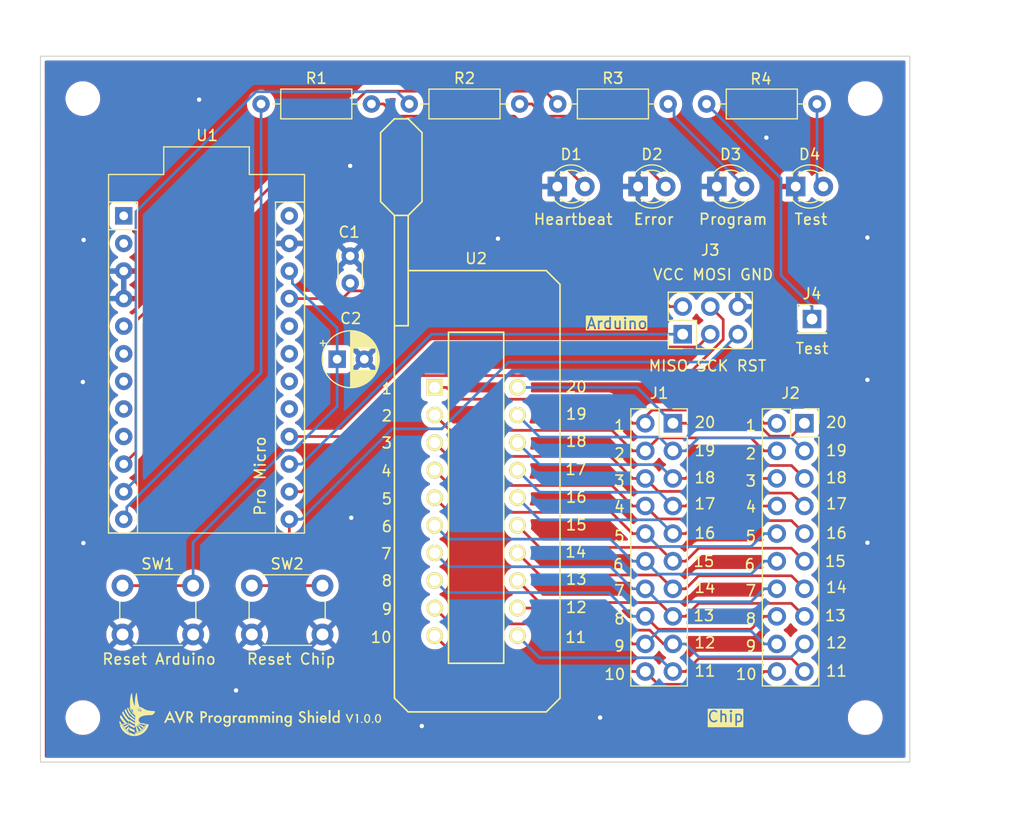
<source format=kicad_pcb>
(kicad_pcb (version 20221018) (generator pcbnew)
  (title_block (title "AVR Programming Shield V1.0.0") (date "2023-03-26"))
  (layers (0 "F.Cu" signal) (31 "B.Cu" signal) (34 "B.Paste" user) (35 "F.Paste" user) (36 "B.SilkS" user "B.Silkscreen") (37 "F.SilkS" user "F.Silkscreen") (38 "B.Mask" user) (39 "F.Mask" user) (44 "Edge.Cuts" user))
  (net 0 "")
  (net 1 "+5V")
  (net 2 "GND")
  (net 3 "/Reset")
  (net 4 "Net-(D1-A)")
  (net 5 "Net-(D2-A)")
  (net 6 "Net-(D3-A)")
  (net 7 "Net-(D4-A)")
  (net 8 "/C1")
  (net 9 "/C2")
  (net 10 "/C3")
  (net 11 "/C4")
  (net 12 "/C5")
  (net 13 "/C6")
  (net 14 "/C7")
  (net 15 "/C8")
  (net 16 "/C9")
  (net 17 "/C10")
  (net 18 "/C20")
  (net 19 "/C19")
  (net 20 "/C18")
  (net 21 "/C17")
  (net 22 "/C16")
  (net 23 "/C15")
  (net 24 "/C14")
  (net 25 "/C13")
  (net 26 "/C12")
  (net 27 "/C11")
  (net 28 "/MISO")
  (net 29 "/SCK")
  (net 30 "/MOSI")
  (net 31 "/RST")
  (net 32 "/9")
  (net 33 "/8")
  (net 34 "/7")
  (net 35 "/Test")
  (footprint "Connector_PinSocket_2.54mm:PinSocket_2x10_P2.54mm_Vertical" (layer "F.Cu") (at 168.3 98.9)
    (fp_text reference "J1" (at -1.27 -2.77) (layer "F.SilkS"))
    (fp_text value "1-10" hide)
    (pad "1" thru_hole rect (at 0 0) (size 1.7 1.7) (drill 1) (layers "*.Cu" "*.Mask") (net 18 "/C20"))
    (pad "2" thru_hole oval (at -2.54 0) (size 1.7 1.7) (drill 1) (layers "*.Cu" "*.Mask") (net 8 "/C1"))
    (pad "3" thru_hole oval (at 0 2.54) (size 1.7 1.7) (drill 1) (layers "*.Cu" "*.Mask") (net 19 "/C19"))
    (pad "4" thru_hole oval (at -2.54 2.54) (size 1.7 1.7) (drill 1) (layers "*.Cu" "*.Mask") (net 9 "/C2"))
    (pad "5" thru_hole oval (at 0 5.08) (size 1.7 1.7) (drill 1) (layers "*.Cu" "*.Mask") (net 20 "/C18"))
    (pad "6" thru_hole oval (at -2.54 5.08) (size 1.7 1.7) (drill 1) (layers "*.Cu" "*.Mask") (net 10 "/C3"))
    (pad "7" thru_hole oval (at 0 7.62) (size 1.7 1.7) (drill 1) (layers "*.Cu" "*.Mask") (net 21 "/C17"))
    (pad "8" thru_hole oval (at -2.54 7.62) (size 1.7 1.7) (drill 1) (layers "*.Cu" "*.Mask") (net 11 "/C4"))
    (pad "9" thru_hole oval (at 0 10.16) (size 1.7 1.7) (drill 1) (layers "*.Cu" "*.Mask") (net 22 "/C16"))
    (pad "10" thru_hole oval (at -2.54 10.16) (size 1.7 1.7) (drill 1) (layers "*.Cu" "*.Mask") (net 12 "/C5"))
    (pad "11" thru_hole oval (at 0 12.7) (size 1.7 1.7) (drill 1) (layers "*.Cu" "*.Mask") (net 23 "/C15"))
    (pad "12" thru_hole oval (at -2.54 12.7) (size 1.7 1.7) (drill 1) (layers "*.Cu" "*.Mask") (net 13 "/C6"))
    (pad "13" thru_hole oval (at 0 15.24) (size 1.7 1.7) (drill 1) (layers "*.Cu" "*.Mask") (net 24 "/C14"))
    (pad "14" thru_hole oval (at -2.54 15.24) (size 1.7 1.7) (drill 1) (layers "*.Cu" "*.Mask") (net 14 "/C7"))
    (pad "15" thru_hole oval (at 0 17.78) (size 1.7 1.7) (drill 1) (layers "*.Cu" "*.Mask") (net 25 "/C13"))
    (pad "16" thru_hole oval (at -2.54 17.78) (size 1.7 1.7) (drill 1) (layers "*.Cu" "*.Mask") (net 15 "/C8"))
    (pad "17" thru_hole oval (at 0 20.32) (size 1.7 1.7) (drill 1) (layers "*.Cu" "*.Mask") (net 26 "/C12"))
    (pad "18" thru_hole oval (at -2.54 20.32) (size 1.7 1.7) (drill 1) (layers "*.Cu" "*.Mask") (net 16 "/C9"))
    (pad "19" thru_hole oval (at 0 22.86) (size 1.7 1.7) (drill 1) (layers "*.Cu" "*.Mask") (net 27 "/C11"))
    (pad "20" thru_hole oval (at -2.54 22.86) (size 1.7 1.7) (drill 1) (layers "*.Cu" "*.Mask") (net 17 "/C10"))
  )
  (footprint "Capacitor_THT:C_Disc_D3.0mm_W2.0mm_P2.50mm" (layer "F.Cu") (at 138.6 86 90)
    (fp_text reference "C1" (at 4.7 -0.1 180) (layer "F.SilkS"))
    (fp_text value "0.1uF" hide)
    (pad "1" thru_hole circle (at 0 0 90) (size 1.6 1.6) (drill 0.8) (layers "*.Cu" "*.Mask") (net 1 "+5V"))
    (pad "2" thru_hole circle (at 2.5 0 90) (size 1.6 1.6) (drill 0.8) (layers "*.Cu" "*.Mask") (net 2 "GND"))
  )
  (footprint "LED_THT:LED_D3.0mm" (layer "F.Cu") (at 157.66 77.1)
    (fp_text reference "D1" (at 1.27 -2.96) (layer "F.SilkS"))
    (fp_text value "Heartbeat" hide)
    (pad "1" thru_hole rect (at 0 0) (size 1.8 1.8) (drill 0.9) (layers "*.Cu" "*.Mask") (net 2 "GND"))
    (pad "2" thru_hole circle (at 2.54 0) (size 1.8 1.8) (drill 0.9) (layers "*.Cu" "*.Mask") (net 4 "Net-(D1-A)"))
  )
  (footprint "Resistor_THT:R_Axial_DIN0207_L6.3mm_D2.5mm_P10.16mm_Horizontal" (layer "F.Cu") (at 157.7 69.5)
    (fp_text reference "R3" (at 5.08 -2.37) (layer "F.SilkS"))
    (fp_text value "300" hide)
    (pad "1" thru_hole circle (at 0 0) (size 1.6 1.6) (drill 0.8) (layers "*.Cu" "*.Mask") (net 34 "/7"))
    (pad "2" thru_hole oval (at 10.16 0) (size 1.6 1.6) (drill 0.8) (layers "*.Cu" "*.Mask") (net 6 "Net-(D3-A)"))
  )
  (footprint "Capacitor_THT:CP_Radial_D5.0mm_P2.50mm" (layer "F.Cu") (at 137.4 93)
    (fp_text reference "C2" (at 1.25 -3.75) (layer "F.SilkS"))
    (fp_text value "10uF" hide)
    (pad "1" thru_hole rect (at 0 0) (size 1.6 1.6) (drill 0.8) (layers "*.Cu" "*.Mask") (net 3 "/Reset"))
    (pad "2" thru_hole circle (at 2.5 0) (size 1.6 1.6) (drill 0.8) (layers "*.Cu" "*.Mask") (net 2 "GND"))
  )
  (footprint "Button_Switch_THT:SW_PUSH_6mm" (layer "F.Cu") (at 117.65 113.85)
    (fp_text reference "SW1" (at 3.25 -2) (layer "F.SilkS"))
    (fp_text value "Reset Arduino" hide)
    (pad "1" thru_hole circle (at 0 0 90) (size 2 2) (drill 1.1) (layers "*.Cu" "*.Mask") (net 3 "/Reset"))
    (pad "1" thru_hole circle (at 6.5 0 90) (size 2 2) (drill 1.1) (layers "*.Cu" "*.Mask") (net 3 "/Reset"))
    (pad "2" thru_hole circle (at 0 4.5 90) (size 2 2) (drill 1.1) (layers "*.Cu" "*.Mask") (net 2 "GND"))
    (pad "2" thru_hole circle (at 6.5 4.5 90) (size 2 2) (drill 1.1) (layers "*.Cu" "*.Mask") (net 2 "GND"))
  )
  (footprint "MountingHole:MountingHole_2.7mm_M2.5" (layer "F.Cu") (at 186 126)
    (fp_text reference "H3" hide)
    (fp_text value "MountingHole" hide)
    (pad "" np_thru_hole circle (at 0 0) (size 2.7 2.7) (drill 2.7) (layers "*.Cu" "*.Mask"))
  )
  (footprint "LED_THT:LED_D3.0mm" (layer "F.Cu") (at 165.1 77.1)
    (fp_text reference "D2" (at 1.27 -2.96) (layer "F.SilkS"))
    (fp_text value "Error" hide)
    (pad "1" thru_hole rect (at 0 0) (size 1.8 1.8) (drill 0.9) (layers "*.Cu" "*.Mask") (net 2 "GND"))
    (pad "2" thru_hole circle (at 2.54 0) (size 1.8 1.8) (drill 0.9) (layers "*.Cu" "*.Mask") (net 5 "Net-(D2-A)"))
  )
  (footprint "Resistor_THT:R_Axial_DIN0207_L6.3mm_D2.5mm_P10.16mm_Horizontal" (layer "F.Cu") (at 130.4 69.5)
    (fp_text reference "R1" (at 5.08 -2.37) (layer "F.SilkS"))
    (fp_text value "300" hide)
    (pad "1" thru_hole circle (at 0 0) (size 1.6 1.6) (drill 0.8) (layers "*.Cu" "*.Mask") (net 32 "/9"))
    (pad "2" thru_hole oval (at 10.16 0) (size 1.6 1.6) (drill 0.8) (layers "*.Cu" "*.Mask") (net 4 "Net-(D1-A)"))
  )
  (footprint "MountingHole:MountingHole_2.7mm_M2.5" (layer "F.Cu") (at 114 126)
    (fp_text reference "H2" hide)
    (fp_text value "MountingHole" hide)
    (pad "" np_thru_hole circle (at 0 0) (size 2.7 2.7) (drill 2.7) (layers "*.Cu" "*.Mask"))
  )
  (footprint "LED_THT:LED_D3.0mm" (layer "F.Cu") (at 172.34 77.1)
    (fp_text reference "D3" (at 1.27 -2.96) (layer "F.SilkS"))
    (fp_text value "Program" hide)
    (pad "1" thru_hole rect (at 0 0) (size 1.8 1.8) (drill 0.9) (layers "*.Cu" "*.Mask") (net 2 "GND"))
    (pad "2" thru_hole circle (at 2.54 0) (size 1.8 1.8) (drill 0.9) (layers "*.Cu" "*.Mask") (net 6 "Net-(D3-A)"))
  )
  (footprint "Connector_PinSocket_2.54mm:PinSocket_2x10_P2.54mm_Vertical" (layer "F.Cu") (at 180.4 98.9)
    (fp_text reference "J2" (at -1.27 -2.77) (layer "F.SilkS"))
    (fp_text value "11-20" hide)
    (pad "1" thru_hole rect (at 0 0) (size 1.7 1.7) (drill 1) (layers "*.Cu" "*.Mask") (net 18 "/C20"))
    (pad "2" thru_hole oval (at -2.54 0) (size 1.7 1.7) (drill 1) (layers "*.Cu" "*.Mask") (net 8 "/C1"))
    (pad "3" thru_hole oval (at 0 2.54) (size 1.7 1.7) (drill 1) (layers "*.Cu" "*.Mask") (net 19 "/C19"))
    (pad "4" thru_hole oval (at -2.54 2.54) (size 1.7 1.7) (drill 1) (layers "*.Cu" "*.Mask") (net 9 "/C2"))
    (pad "5" thru_hole oval (at 0 5.08) (size 1.7 1.7) (drill 1) (layers "*.Cu" "*.Mask") (net 20 "/C18"))
    (pad "6" thru_hole oval (at -2.54 5.08) (size 1.7 1.7) (drill 1) (layers "*.Cu" "*.Mask") (net 10 "/C3"))
    (pad "7" thru_hole oval (at 0 7.62) (size 1.7 1.7) (drill 1) (layers "*.Cu" "*.Mask") (net 21 "/C17"))
    (pad "8" thru_hole oval (at -2.54 7.62) (size 1.7 1.7) (drill 1) (layers "*.Cu" "*.Mask") (net 11 "/C4"))
    (pad "9" thru_hole oval (at 0 10.16) (size 1.7 1.7) (drill 1) (layers "*.Cu" "*.Mask") (net 22 "/C16"))
    (pad "10" thru_hole oval (at -2.54 10.16) (size 1.7 1.7) (drill 1) (layers "*.Cu" "*.Mask") (net 12 "/C5"))
    (pad "11" thru_hole oval (at 0 12.7) (size 1.7 1.7) (drill 1) (layers "*.Cu" "*.Mask") (net 23 "/C15"))
    (pad "12" thru_hole oval (at -2.54 12.7) (size 1.7 1.7) (drill 1) (layers "*.Cu" "*.Mask") (net 13 "/C6"))
    (pad "13" thru_hole oval (at 0 15.24) (size 1.7 1.7) (drill 1) (layers "*.Cu" "*.Mask") (net 24 "/C14"))
    (pad "14" thru_hole oval (at -2.54 15.24) (size 1.7 1.7) (drill 1) (layers "*.Cu" "*.Mask") (net 14 "/C7"))
    (pad "15" thru_hole oval (at 0 17.78) (size 1.7 1.7) (drill 1) (layers "*.Cu" "*.Mask") (net 25 "/C13"))
    (pad "16" thru_hole oval (at -2.54 17.78) (size 1.7 1.7) (drill 1) (layers "*.Cu" "*.Mask") (net 15 "/C8"))
    (pad "17" thru_hole oval (at 0 20.32) (size 1.7 1.7) (drill 1) (layers "*.Cu" "*.Mask") (net 26 "/C12"))
    (pad "18" thru_hole oval (at -2.54 20.32) (size 1.7 1.7) (drill 1) (layers "*.Cu" "*.Mask") (net 16 "/C9"))
    (pad "19" thru_hole oval (at 0 22.86) (size 1.7 1.7) (drill 1) (layers "*.Cu" "*.Mask") (net 27 "/C11"))
    (pad "20" thru_hole oval (at -2.54 22.86) (size 1.7 1.7) (drill 1) (layers "*.Cu" "*.Mask") (net 17 "/C10"))
  )
  (footprint "Button_Switch_THT:SW_PUSH_6mm" (layer "F.Cu") (at 129.55 113.85)
    (fp_text reference "SW2" (at 3.25 -2) (layer "F.SilkS"))
    (fp_text value "Reset Chip" hide)
    (pad "1" thru_hole circle (at 0 0 90) (size 2 2) (drill 1.1) (layers "*.Cu" "*.Mask") (net 31 "/RST"))
    (pad "1" thru_hole circle (at 6.5 0 90) (size 2 2) (drill 1.1) (layers "*.Cu" "*.Mask") (net 31 "/RST"))
    (pad "2" thru_hole circle (at 0 4.5 90) (size 2 2) (drill 1.1) (layers "*.Cu" "*.Mask") (net 2 "GND"))
    (pad "2" thru_hole circle (at 6.5 4.5 90) (size 2 2) (drill 1.1) (layers "*.Cu" "*.Mask") (net 2 "GND"))
  )
  (footprint "logos:logo" (layer "F.Cu") (at 129.2 125.7)
    (fp_text reference "G***" hide)
    (fp_text value "LOGO" hide)
  )
  (footprint "Resistor_THT:R_Axial_DIN0207_L6.3mm_D2.5mm_P10.16mm_Horizontal" (layer "F.Cu") (at 144.04 69.5)
    (fp_text reference "R2" (at 5.08 -2.37) (layer "F.SilkS"))
    (fp_text value "300" hide)
    (pad "1" thru_hole circle (at 0 0) (size 1.6 1.6) (drill 0.8) (layers "*.Cu" "*.Mask") (net 33 "/8"))
    (pad "2" thru_hole oval (at 10.16 0) (size 1.6 1.6) (drill 0.8) (layers "*.Cu" "*.Mask") (net 5 "Net-(D2-A)"))
  )
  (footprint "kicad_zif socket:220-3342" (layer "F.Cu") (at 150.19 107.03 -90)
    (fp_text reference "U2" (at -23.3 0) (layer "F.SilkS"))
    (fp_text value "220-3345" hide)
    (pad "1" thru_hole rect (at -11.43 3.81 270) (size 1.524 1.524) (drill 1.016) (layers "*.Cu" "*.Mask" "F.SilkS") (net 8 "/C1"))
    (pad "2" thru_hole circle (at -8.89 3.81 270) (size 1.524 1.524) (drill 1.016) (layers "*.Cu" "*.Mask" "F.SilkS") (net 9 "/C2"))
    (pad "3" thru_hole circle (at -6.35 3.81 270) (size 1.524 1.524) (drill 1.016) (layers "*.Cu" "*.Mask" "F.SilkS") (net 10 "/C3"))
    (pad "4" thru_hole circle (at -3.81 3.81 270) (size 1.524 1.524) (drill 1.016) (layers "*.Cu" "*.Mask" "F.SilkS") (net 11 "/C4"))
    (pad "5" thru_hole circle (at -1.27 3.81 270) (size 1.524 1.524) (drill 1.016) (layers "*.Cu" "*.Mask" "F.SilkS") (net 12 "/C5"))
    (pad "6" thru_hole circle (at 1.27 3.81 270) (size 1.524 1.524) (drill 1.016) (layers "*.Cu" "*.Mask" "F.SilkS") (net 13 "/C6"))
    (pad "7" thru_hole circle (at 3.81 3.81 270) (size 1.524 1.524) (drill 1.016) (layers "*.Cu" "*.Mask" "F.SilkS") (net 14 "/C7"))
    (pad "8" thru_hole circle (at 6.35 3.81 270) (size 1.524 1.524) (drill 1.016) (layers "*.Cu" "*.Mask" "F.SilkS") (net 15 "/C8"))
    (pad "9" thru_hole circle (at 8.89 3.81 270) (size 1.524 1.524) (drill 1.016) (layers "*.Cu" "*.Mask" "F.SilkS") (net 16 "/C9"))
    (pad "10" thru_hole circle (at 11.43 3.81 270) (size 1.524 1.524) (drill 1.016) (layers "*.Cu" "*.Mask" "F.SilkS") (net 17 "/C10"))
    (pad "11" thru_hole circle (at 11.43 -3.81 270) (size 1.524 1.524) (drill 1.016) (layers "*.Cu" "*.Mask" "F.SilkS") (net 27 "/C11"))
    (pad "12" thru_hole circle (at 8.89 -3.81 270) (size 1.524 1.524) (drill 1.016) (layers "*.Cu" "*.Mask" "F.SilkS") (net 26 "/C12"))
    (pad "13" thru_hole circle (at 6.35 -3.81 270) (size 1.524 1.524) (drill 1.016) (layers "*.Cu" "*.Mask" "F.SilkS") (net 25 "/C13"))
    (pad "14" thru_hole circle (at 3.81 -3.81 270) (size 1.524 1.524) (drill 1.016) (layers "*.Cu" "*.Mask" "F.SilkS") (net 24 "/C14"))
    (pad "15" thru_hole circle (at 1.27 -3.81 270) (size 1.524 1.524) (drill 1.016) (layers "*.Cu" "*.Mask" "F.SilkS") (net 23 "/C15"))
    (pad "16" thru_hole circle (at -1.27 -3.81 270) (size 1.524 1.524) (drill 1.016) (layers "*.Cu" "*.Mask" "F.SilkS") (net 22 "/C16"))
    (pad "17" thru_hole circle (at -3.81 -3.81 270) (size 1.524 1.524) (drill 1.016) (layers "*.Cu" "*.Mask" "F.SilkS") (net 21 "/C17"))
    (pad "18" thru_hole circle (at -6.35 -3.81 270) (size 1.524 1.524) (drill 1.016) (layers "*.Cu" "*.Mask" "F.SilkS") (net 20 "/C18"))
    (pad "19" thru_hole circle (at -8.89 -3.81 270) (size 1.524 1.524) (drill 1.016) (layers "*.Cu" "*.Mask" "F.SilkS") (net 19 "/C19"))
    (pad "20" thru_hole circle (at -11.43 -3.81 270) (size 1.524 1.524) (drill 1.016) (layers "*.Cu" "*.Mask" "F.SilkS") (net 18 "/C20"))
  )
  (footprint "MountingHole:MountingHole_2.7mm_M2.5" (layer "F.Cu") (at 186 69)
    (fp_text reference "H4" hide)
    (fp_text value "MountingHole" hide)
    (pad "" np_thru_hole circle (at 0 0) (size 2.7 2.7) (drill 2.7) (layers "*.Cu" "*.Mask"))
  )
  (footprint "Connector_PinHeader_2.54mm:PinHeader_2x03_P2.54mm_Vertical" (layer "F.Cu") (at 169.2 90.7 90)
    (fp_text reference "J3" (at 7.74 2.54) (layer "F.SilkS"))
    (fp_text value "ICSP Out" hide)
    (pad "1" thru_hole rect (at 0 0 90) (size 1.7 1.7) (drill 1) (layers "*.Cu" "*.Mask") (net 28 "/MISO"))
    (pad "2" thru_hole oval (at 2.54 0 90) (size 1.7 1.7) (drill 1) (layers "*.Cu" "*.Mask") (net 1 "+5V"))
    (pad "3" thru_hole oval (at 0 2.54 90) (size 1.7 1.7) (drill 1) (layers "*.Cu" "*.Mask") (net 29 "/SCK"))
    (pad "4" thru_hole oval (at 2.54 2.54 90) (size 1.7 1.7) (drill 1) (layers "*.Cu" "*.Mask") (net 30 "/MOSI"))
    (pad "5" thru_hole oval (at 0 5.08 90) (size 1.7 1.7) (drill 1) (layers "*.Cu" "*.Mask") (net 31 "/RST"))
    (pad "6" thru_hole oval (at 2.54 5.08 90) (size 1.7 1.7) (drill 1) (layers "*.Cu" "*.Mask") (net 2 "GND"))
  )
  (footprint "Connector_PinHeader_2.54mm:PinHeader_1x01_P2.54mm_Vertical" (layer "F.Cu") (at 181.1 89.3)
    (fp_text reference "J4" (at 0 -2.33) (layer "F.SilkS"))
    (fp_text value "Test" hide)
    (pad "1" thru_hole rect (at 0 0) (size 1.7 1.7) (drill 1) (layers "*.Cu" "*.Mask") (net 35 "/Test"))
  )
  (footprint "LED_THT:LED_D3.0mm" (layer "F.Cu") (at 179.6 77.1)
    (fp_text reference "D4" (at 1.27 -2.96) (layer "F.SilkS"))
    (fp_text value "Test" hide)
    (pad "1" thru_hole rect (at 0 0) (size 1.8 1.8) (drill 0.9) (layers "*.Cu" "*.Mask") (net 2 "GND"))
    (pad "2" thru_hole circle (at 2.54 0) (size 1.8 1.8) (drill 0.9) (layers "*.Cu" "*.Mask") (net 7 "Net-(D4-A)"))
  )
  (footprint "Resistor_THT:R_Axial_DIN0207_L6.3mm_D2.5mm_P10.16mm_Horizontal" (layer "F.Cu") (at 171.4 69.5)
    (fp_text reference "R4" (at 5 -2.3) (layer "F.SilkS"))
    (fp_text value "300" hide)
    (pad "1" thru_hole circle (at 0 0) (size 1.6 1.6) (drill 0.8) (layers "*.Cu" "*.Mask") (net 35 "/Test"))
    (pad "2" thru_hole oval (at 10.16 0) (size 1.6 1.6) (drill 0.8) (layers "*.Cu" "*.Mask") (net 7 "Net-(D4-A)"))
  )
  (footprint "Arduino:Sparkfun_Pro_Micro" (layer "F.Cu") (at 133 107.74 180)
    (fp_text reference "U1" (at 7.57 35.34) (layer "F.SilkS"))
    (fp_text value "Pro Micro" hide)
    (pad "1" thru_hole rect (at 15.24 27.94 180) (size 1.6 1.6) (drill 0.8) (layers "*.Cu" "*.Mask"))
    (pad "2" thru_hole oval (at 15.24 25.4 180) (size 1.6 1.6) (drill 0.8) (layers "*.Cu" "*.Mask"))
    (pad "3" thru_hole oval (at 15.24 22.86 180) (size 1.6 1.6) (drill 0.8) (layers "*.Cu" "*.Mask") (net 2 "GND"))
    (pad "4" thru_hole oval (at 15.24 20.32 180) (size 1.6 1.6) (drill 0.8) (layers "*.Cu" "*.Mask") (net 2 "GND"))
    (pad "5" thru_hole oval (at 15.24 17.78 180) (size 1.6 1.6) (drill 0.8) (layers "*.Cu" "*.Mask"))
    (pad "6" thru_hole oval (at 15.24 15.24 180) (size 1.6 1.6) (drill 0.8) (layers "*.Cu" "*.Mask"))
    (pad "7" thru_hole oval (at 15.24 12.7 180) (size 1.6 1.6) (drill 0.8) (layers "*.Cu" "*.Mask"))
    (pad "8" thru_hole oval (at 15.24 10.16 180) (size 1.6 1.6) (drill 0.8) (layers "*.Cu" "*.Mask"))
    (pad "9" thru_hole oval (at 15.24 7.62 180) (size 1.6 1.6) (drill 0.8) (layers "*.Cu" "*.Mask"))
    (pad "10" thru_hole oval (at 15.24 5.08 180) (size 1.6 1.6) (drill 0.8) (layers "*.Cu" "*.Mask") (net 34 "/7"))
    (pad "11" thru_hole oval (at 15.24 2.54 180) (size 1.6 1.6) (drill 0.8) (layers "*.Cu" "*.Mask") (net 33 "/8"))
    (pad "12" thru_hole oval (at 15.24 0 180) (size 1.6 1.6) (drill 0.8) (layers "*.Cu" "*.Mask") (net 32 "/9"))
    (pad "13" thru_hole oval (at 0 0 180) (size 1.6 1.6) (drill 0.8) (layers "*.Cu" "*.Mask") (net 31 "/RST"))
    (pad "14" thru_hole oval (at 0 2.54 180) (size 1.6 1.6) (drill 0.8) (layers "*.Cu" "*.Mask") (net 30 "/MOSI"))
    (pad "15" thru_hole oval (at 0 5.08 180) (size 1.6 1.6) (drill 0.8) (layers "*.Cu" "*.Mask") (net 28 "/MISO"))
    (pad "16" thru_hole oval (at 0 7.62 180) (size 1.6 1.6) (drill 0.8) (layers "*.Cu" "*.Mask") (net 29 "/SCK"))
    (pad "17" thru_hole oval (at 0 10.16 180) (size 1.6 1.6) (drill 0.8) (layers "*.Cu" "*.Mask"))
    (pad "18" thru_hole oval (at 0 12.7 180) (size 1.6 1.6) (drill 0.8) (layers "*.Cu" "*.Mask"))
    (pad "19" thru_hole oval (at 0 15.24 180) (size 1.6 1.6) (drill 0.8) (layers "*.Cu" "*.Mask"))
    (pad "20" thru_hole oval (at 0 17.78 180) (size 1.6 1.6) (drill 0.8) (layers "*.Cu" "*.Mask"))
    (pad "21" thru_hole oval (at 0 20.32 180) (size 1.6 1.6) (drill 0.8) (layers "*.Cu" "*.Mask") (net 1 "+5V"))
    (pad "22" thru_hole oval (at 0 22.86 180) (size 1.6 1.6) (drill 0.8) (layers "*.Cu" "*.Mask") (net 3 "/Reset"))
    (pad "23" thru_hole oval (at 0 25.4 180) (size 1.6 1.6) (drill 0.8) (layers "*.Cu" "*.Mask") (net 2 "GND"))
    (pad "24" thru_hole oval (at 0 27.94 180) (size 1.6 1.6) (drill 0.8) (layers "*.Cu" "*.Mask"))
  )
  (footprint "MountingHole:MountingHole_2.7mm_M2.5" (layer "F.Cu") (at 114 69)
    (fp_text reference "H1" hide)
    (fp_text value "MountingHole" hide)
    (pad "" np_thru_hole circle (at 0 0) (size 2.7 2.7) (drill 2.7) (layers "*.Cu" "*.Mask"))
  )
  (gr_rect (start 110.1 65.1) (end 190.1 130.1) (stroke (width 0.1)) (fill none) (layer "Edge.Cuts"))
  (gr_text "1" (at 141.4 96.3) (layer "F.SilkS") (effects (font (size 1 1)) (justify left bottom)))
  (gr_text "Reset Arduino" (at 115.7 121.2) (layer "F.SilkS") (effects (font (size 1 1)) (justify left bottom)))
  (gr_text "10" (at 161.9 122.6) (layer "F.SilkS") (effects (font (size 1 1)) (justify left bottom)))
  (gr_text "20" (at 182.3 99.4) (layer "F.SilkS") (effects (font (size 1 1)) (justify left bottom)))
  (gr_text "12" (at 158.36 116.44) (layer "F.SilkS") (effects (font (size 1 1)) (justify left bottom)))
  (gr_text "10" (at 140.4 119.2) (layer "F.SilkS") (effects (font (size 1 1)) (justify left bottom)))
  (gr_text "15" (at 158.36 108.84) (layer "F.SilkS") (effects (font (size 1 1)) (justify left bottom)))
  (gr_text "9" (at 162.8 120) (layer "F.SilkS") (effects (font (size 1 1)) (justify left bottom)))
  (gr_text "7" (at 141.35 111.5) (layer "F.SilkS") (effects (font (size 1 1)) (justify left bottom)))
  (gr_text "3" (at 162.8 104.8) (layer "F.SilkS") (effects (font (size 1 1)) (justify left bottom)))
  (gr_text "Chip" (at 171.4 126.5) (layer "F.SilkS" knockout) (effects (font (size 1 1)) (justify left bottom)))
  (gr_text "2" (at 162.8 102.3) (layer "F.SilkS") (effects (font (size 1 1)) (justify left bottom)))
  (gr_text "5" (at 174.9 109.9) (layer "F.SilkS") (effects (font (size 1 1)) (justify left bottom)))
  (gr_text "19" (at 182.3 102) (layer "F.SilkS") (effects (font (size 1 1)) (justify left bottom)))
  (gr_text "15" (at 182.2 112.2) (layer "F.SilkS") (effects (font (size 1 1)) (justify left bottom)))
  (gr_text "12" (at 182.3 119.7) (layer "F.SilkS") (effects (font (size 1 1)) (justify left bottom)))
  (gr_text "8" (at 174.9 117.5) (layer "F.SilkS") (effects (font (size 1 1)) (justify left bottom)))
  (gr_text "13" (at 182.2 117.2) (layer "F.SilkS") (effects (font (size 1 1)) (justify left bottom)))
  (gr_text "12" (at 170.2 119.7) (layer "F.SilkS") (effects (font (size 1 1)) (justify left bottom)))
  (gr_text "3" (at 174.9 104.8) (layer "F.SilkS") (effects (font (size 1 1)) (justify left bottom)))
  (gr_text "1" (at 174.9 99.7) (layer "F.SilkS") (effects (font (size 1 1)) (justify left bottom)))
  (gr_text "18" (at 182.3 104.5) (layer "F.SilkS") (effects (font (size 1 1)) (justify left bottom)))
  (gr_text "7" (at 174.9 114.9) (layer "F.SilkS") (effects (font (size 1 1)) (justify left bottom)))
  (gr_text "11" (at 182.3 122.3) (layer "F.SilkS") (effects (font (size 1 1)) (justify left bottom)))
  (gr_text "Heartbeat" (at 155.4 80.7) (layer "F.SilkS") (effects (font (size 1 1)) (justify left bottom)))
  (gr_text "6" (at 174.8 112.5) (layer "F.SilkS") (effects (font (size 1 1)) (justify left bottom)))
  (gr_text "4" (at 141.35 103.9) (layer "F.SilkS") (effects (font (size 1 1)) (justify left bottom)))
  (gr_text "Pro Micro" (at 130.9 107.5 90) (layer "F.SilkS") (effects (font (size 1 1)) (justify left bottom)))
  (gr_text "13" (at 158.36 113.84) (layer "F.SilkS") (effects (font (size 1 1)) (justify left bottom)))
  (gr_text "2" (at 174.9 102.3) (layer "F.SilkS") (effects (font (size 1 1)) (justify left bottom)))
  (gr_text "5" (at 141.4 106.45) (layer "F.SilkS") (effects (font (size 1 1)) (justify left bottom)))
  (gr_text "14" (at 170.2 114.6) (layer "F.SilkS") (effects (font (size 1 1)) (justify left bottom)))
  (gr_text "5" (at 162.8 109.9) (layer "F.SilkS") (effects (font (size 1 1)) (justify left bottom)))
  (gr_text "20" (at 158.36 96.14) (layer "F.SilkS") (effects (font (size 1 1)) (justify left bottom)))
  (gr_text "MISO SCK RST" (at 165.98 94.2) (layer "F.SilkS") (effects (font (size 1 1)) (justify left bottom)))
  (gr_text "Error" (at 164.6 80.7) (layer "F.SilkS") (effects (font (size 1 1)) (justify left bottom)))
  (gr_text "Reset Chip" (at 129 121.2) (layer "F.SilkS") (effects (font (size 1 1)) (justify left bottom)))
  (gr_text "3" (at 141.4 101.3) (layer "F.SilkS") (effects (font (size 1 1)) (justify left bottom)))
  (gr_text "14" (at 182.3 114.6) (layer "F.SilkS") (effects (font (size 1 1)) (justify left bottom)))
  (gr_text "18" (at 158.36 101.14) (layer "F.SilkS") (effects (font (size 1 1)) (justify left bottom)))
  (gr_text "11" (at 170.2 122.3) (layer "F.SilkS") (effects (font (size 1 1)) (justify left bottom)))
  (gr_text "19" (at 170.2 102) (layer "F.SilkS") (effects (font (size 1 1)) (justify left bottom)))
  (gr_text "Program" (at 170.6 80.7) (layer "F.SilkS") (effects (font (size 1 1)) (justify left bottom)))
  (gr_text "4" (at 162.8 107.2) (layer "F.SilkS") (effects (font (size 1 1)) (justify left bottom)))
  (gr_text "Test" (at 179.4 80.7) (layer "F.SilkS") (effects (font (size 1 1)) (justify left bottom)))
  (gr_text "11" (at 158.31 119.19) (layer "F.SilkS") (effects (font (size 1 1)) (justify left bottom)))
  (gr_text "2" (at 141.4 98.8) (layer "F.SilkS") (effects (font (size 1 1)) (justify left bottom)))
  (gr_text "15" (at 170.1 112.2) (layer "F.SilkS") (effects (font (size 1 1)) (justify left bottom)))
  (gr_text "13" (at 170.1 117.2) (layer "F.SilkS") (effects (font (size 1 1)) (justify left bottom)))
  (gr_text "16" (at 158.36 106.29) (layer "F.SilkS") (effects (font (size 1 1)) (justify left bottom)))
  (gr_text "16" (at 182.3 109.6) (layer "F.SilkS") (effects (font (size 1 1)) (justify left bottom)))
  (gr_text "8" (at 141.4 114) (layer "F.SilkS") (effects (font (size 1 1)) (justify left bottom)))
  (gr_text "17" (at 182.3 106.9) (layer "F.SilkS") (effects (font (size 1 1)) (justify left bottom)))
  (gr_text "7" (at 162.8 114.9) (layer "F.SilkS") (effects (font (size 1 1)) (justify left bottom)))
  (gr_text "17" (at 170.2 106.9) (layer "F.SilkS") (effects (font (size 1 1)) (justify left bottom)))
  (gr_text "19" (at 158.36 98.64) (layer "F.SilkS") (effects (font (size 1 1)) (justify left bottom)))
  (gr_text "1" (at 162.8 99.7) (layer "F.SilkS") (effects (font (size 1 1)) (justify left bottom)))
  (gr_text "16" (at 170.2 109.6) (layer "F.SilkS") (effects (font (size 1 1)) (justify left bottom)))
  (gr_text "20" (at 170.2 99.4) (layer "F.SilkS") (effects (font (size 1 1)) (justify left bottom)))
  (gr_text "VCC MOSI GND" (at 166.38 85.8) (layer "F.SilkS") (effects (font (size 1 1)) (justify left bottom)))
  (gr_text "18" (at 170.2 104.5) (layer "F.SilkS") (effects (font (size 1 1)) (justify left bottom)))
  (gr_text "9" (at 174.9 120) (layer "F.SilkS") (effects (font (size 1 1)) (justify left bottom)))
  (gr_text "6" (at 141.4 109) (layer "F.SilkS") (effects (font (size 1 1)) (justify left bottom)))
  (gr_text "14" (at 158.31 111.34) (layer "F.SilkS") (effects (font (size 1 1)) (justify left bottom)))
  (gr_text "Arduino" (at 160.28 90.3) (layer "F.SilkS" knockout) (effects (font (size 1 1)) (justify left bottom)))
  (gr_text "9" (at 141.4 116.6) (layer "F.SilkS") (effects (font (size 1 1)) (justify left bottom)))
  (gr_text "6" (at 162.7 112.5) (layer "F.SilkS") (effects (font (size 1 1)) (justify left bottom)))
  (gr_text "4" (at 174.9 107.2) (layer "F.SilkS") (effects (font (size 1 1)) (justify left bottom)))
  (gr_text "Test" (at 179.5 92.6) (layer "F.SilkS") (effects (font (size 1 1)) (justify left bottom)))
  (gr_text "17" (at 158.31 103.74) (layer "F.SilkS") (effects (font (size 1 1)) (justify left bottom)))
  (gr_text "10" (at 174 122.6) (layer "F.SilkS") (effects (font (size 1 1)) (justify left bottom)))
  (gr_text "8" (at 162.8 117.5) (layer "F.SilkS") (effects (font (size 1 1)) (justify left bottom)))
  (segment (start 138.6 86.71) (end 138.6 86) (width 0.25) (layer "F.Cu") (net 1))
  (segment (start 166.5749 86.71) (end 168.0249 88.16) (width 0.25) (layer "F.Cu") (net 1))
  (segment (start 169.2 88.16) (end 168.0249 88.16) (width 0.25) (layer "F.Cu") (net 1))
  (segment (start 133 87.42) (end 137.89 87.42) (width 0.25) (layer "F.Cu") (net 1))
  (segment (start 137.89 87.42) (end 138.6 86.71) (width 0.25) (layer "F.Cu") (net 1))
  (segment (start 138.6 86.71) (end 166.5749 86.71) (width 0.25) (layer "F.Cu") (net 1))
  (via (at 145.19 126.78) (size 0.8) (drill 0.4) (layers "F.Cu" "B.Cu") (net 2))
  (via (at 114.05 109.93) (size 0.8) (drill 0.4) (layers "F.Cu" "B.Cu") (net 2))
  (via (at 124.7 69.1) (size 0.8) (drill 0.4) (layers "F.Cu" "B.Cu") (net 2))
  (via (at 128.1 123.5) (size 0.8) (drill 0.4) (layers "F.Cu" "B.Cu") (net 2))
  (via (at 161.6 126) (size 0.8) (drill 0.4) (layers "F.Cu" "B.Cu") (net 2))
  (via (at 152.2 81.9) (size 0.8) (drill 0.4) (layers "F.Cu" "B.Cu") (net 2))
  (via (at 138.6 75.2) (size 0.8) (drill 0.4) (layers "F.Cu" "B.Cu") (net 2))
  (via (at 186.2 109.9) (size 0.8) (drill 0.4) (layers "F.Cu" "B.Cu") (net 2))
  (via (at 114 95.1) (size 0.8) (drill 0.4) (layers "F.Cu" "B.Cu") (net 2))
  (via (at 138.7 107.6) (size 0.8) (drill 0.4) (layers "F.Cu" "B.Cu") (net 2))
  (via (at 186.2 81.8) (size 0.8) (drill 0.4) (layers "F.Cu" "B.Cu") (net 2))
  (via (at 176.9 72.6) (size 0.8) (drill 0.4) (layers "F.Cu" "B.Cu") (net 2))
  (via (at 186.2 94.9) (size 0.8) (drill 0.4) (layers "F.Cu" "B.Cu") (net 2))
  (via (at 114.07 82.02) (size 0.8) (drill 0.4) (layers "F.Cu" "B.Cu") (net 2))
  (segment (start 124.15 113.85) (end 117.65 113.85) (width 0.25) (layer "F.Cu") (net 3))
  (segment (start 124.15 113.85) (end 124.15 109.8533) (width 0.25) (layer "B.Cu") (net 3))
  (segment (start 133.2813 86.0051) (end 133.2813 85.1613) (width 0.25) (layer "B.Cu") (net 3))
  (segment (start 132.6133 101.39) (end 133.3692 101.39) (width 0.25) (layer "B.Cu") (net 3))
  (segment (start 124.15 109.8533) (end 132.6133 101.39) (width 0.25) (layer "B.Cu") (net 3))
  (segment (start 133.2813 86.0051) (end 137.4 90.1238) (width 0.25) (layer "B.Cu") (net 3))
  (segment (start 133.3692 101.39) (end 137.4 97.3592) (width 0.25) (layer "B.Cu") (net 3))
  (segment (start 133.2813 85.1613) (end 133 84.88) (width 0.25) (layer "B.Cu") (net 3))
  (segment (start 137.4 90.1238) (end 137.4 93) (width 0.25) (layer "B.Cu") (net 3))
  (segment (start 137.4 97.3592) (end 137.4 93) (width 0.25) (layer "B.Cu") (net 3))
  (segment (start 141.6851 69.5) (end 142.8102 70.6251) (width 0.25) (layer "F.Cu") (net 4))
  (segment (start 140.56 69.5) (end 141.6851 69.5) (width 0.25) (layer "F.Cu") (net 4))
  (segment (start 153.7251 70.6251) (end 160.2 77.1) (width 0.25) (layer "F.Cu") (net 4))
  (segment (start 142.8102 70.6251) (end 153.7251 70.6251) (width 0.25) (layer "F.Cu") (net 4))
  (segment (start 154.2 69.5) (end 155.3251 69.5) (width 0.25) (layer "F.Cu") (net 5))
  (segment (start 161.1651 70.6251) (end 167.64 77.1) (width 0.25) (layer "F.Cu") (net 5))
  (segment (start 155.3251 69.5) (end 156.4502 70.6251) (width 0.25) (layer "F.Cu") (net 5))
  (segment (start 156.4502 70.6251) (end 161.1651 70.6251) (width 0.25) (layer "F.Cu") (net 5))
  (segment (start 168.4051 70.0451) (end 167.86 69.5) (width 0.25) (layer "B.Cu") (net 6))
  (segment (start 168.4051 70.6251) (end 174.88 77.1) (width 0.25) (layer "B.Cu") (net 6))
  (segment (start 168.4051 70.6251) (end 168.4051 70.0451) (width 0.25) (layer "B.Cu") (net 6))
  (segment (start 181.56 76.52) (end 182.14 77.1) (width 0.25) (layer "B.Cu") (net 7))
  (segment (start 181.56 69.5) (end 181.56 76.52) (width 0.25) (layer "B.Cu") (net 7))
  (segment (start 146.38 95.6) (end 147.4671 95.6) (width 0.25) (layer "F.Cu") (net 8))
  (segment (start 165.1725 98.9) (end 164.5849 98.9) (width 0.25) (layer "F.Cu") (net 8))
  (segment (start 175.4728 97.6879) (end 176.6849 98.9) (width 0.25) (layer "F.Cu") (net 8))
  (segment (start 165.76 98.9) (end 165.1725 98.9) (width 0.25) (layer "F.Cu") (net 8))
  (segment (start 147.4671 95.6) (end 148.5542 96.6871) (width 0.25) (layer "F.Cu") (net 8))
  (segment (start 165.1725 98.9) (end 166.3846 97.6879) (width 0.25) (layer "F.Cu") (net 8))
  (segment (start 162.372 96.6871) (end 164.5849 98.9) (width 0.25) (layer "F.Cu") (net 8))
  (segment (start 148.5542 96.6871) (end 162.372 96.6871) (width 0.25) (layer "F.Cu") (net 8))
  (segment (start 166.3846 97.6879) (end 175.4728 97.6879) (width 0.25) (layer "F.Cu") (net 8))
  (segment (start 177.86 98.9) (end 176.6849 98.9) (width 0.25) (layer "F.Cu") (net 8))
  (segment (start 165.76 101.44) (end 164.5849 101.44) (width 0.25) (layer "F.Cu") (net 9))
  (segment (start 162.6943 99.5494) (end 164.5849 101.44) (width 0.25) (layer "F.Cu") (net 9))
  (segment (start 166.9542 100.2458) (end 165.76 101.44) (width 0.25) (layer "F.Cu") (net 9))
  (segment (start 176.6849 101.44) (end 175.4907 100.2458) (width 0.25) (layer "F.Cu") (net 9))
  (segment (start 177.86 101.44) (end 176.6849 101.44) (width 0.25) (layer "F.Cu") (net 9))
  (segment (start 147.7894 99.5494) (end 162.6943 99.5494) (width 0.25) (layer "F.Cu") (net 9))
  (segment (start 146.38 98.14) (end 147.7894 99.5494) (width 0.25) (layer "F.Cu") (net 9))
  (segment (start 175.4907 100.2458) (end 166.9542 100.2458) (width 0.25) (layer "F.Cu") (net 9))
  (segment (start 169.7048 105.1706) (end 166.9506 105.1706) (width 0.25) (layer "F.Cu") (net 10))
  (segment (start 170.8954 103.98) (end 169.7048 105.1706) (width 0.25) (layer "F.Cu") (net 10))
  (segment (start 162.5549 101.95) (end 164.5849 103.98) (width 0.25) (layer "F.Cu") (net 10))
  (segment (start 146.38 100.68) (end 147.65 101.95) (width 0.25) (layer "F.Cu") (net 10))
  (segment (start 165.76 103.98) (end 164.5849 103.98) (width 0.25) (layer "F.Cu") (net 10))
  (segment (start 166.9506 105.1706) (end 165.76 103.98) (width 0.25) (layer "F.Cu") (net 10))
  (segment (start 147.65 101.95) (end 162.5549 101.95) (width 0.25) (layer "F.Cu") (net 10))
  (segment (start 177.86 103.98) (end 170.8954 103.98) (width 0.25) (layer "F.Cu") (net 10))
  (segment (start 169.7048 107.7106) (end 166.9506 107.7106) (width 0.25) (layer "F.Cu") (net 11))
  (segment (start 170.8954 106.52) (end 169.7048 107.7106) (width 0.25) (layer "F.Cu") (net 11))
  (segment (start 166.9506 107.7106) (end 165.76 106.52) (width 0.25) (layer "F.Cu") (net 11))
  (segment (start 177.86 106.52) (end 170.8954 106.52) (width 0.25) (layer "F.Cu") (net 11))
  (segment (start 147.7894 104.6294) (end 162.6943 104.6294) (width 0.25) (layer "F.Cu") (net 11))
  (segment (start 146.38 103.22) (end 147.7894 104.6294) (width 0.25) (layer "F.Cu") (net 11))
  (segment (start 162.6943 104.6294) (end 164.5849 106.52) (width 0.25) (layer "F.Cu") (net 11))
  (segment (start 165.76 106.52) (end 164.5849 106.52) (width 0.25) (layer "F.Cu") (net 11))
  (segment (start 146.38 105.76) (end 147.7197 107.0997) (width 0.25) (layer "F.Cu") (net 12))
  (segment (start 162.6246 107.0997) (end 164.5849 109.06) (width 0.25) (layer "F.Cu") (net 12))
  (segment (start 147.7197 107.0997) (end 162.6246 107.0997) (width 0.25) (layer "F.Cu") (net 12))
  (segment (start 165.76 109.06) (end 164.5849 109.06) (width 0.25) (layer "F.Cu") (net 12))
  (segment (start 175.4943 110.2506) (end 176.6849 109.06) (width 0.25) (layer "B.Cu") (net 12))
  (segment (start 165.76 109.06) (end 166.9506 110.2506) (width 0.25) (layer "B.Cu") (net 12))
  (segment (start 166.9506 110.2506) (end 175.4943 110.2506) (width 0.25) (layer "B.Cu") (net 12))
  (segment (start 177.86 109.06) (end 176.6849 109.06) (width 0.25) (layer "B.Cu") (net 12))
  (segment (start 147.65 109.57) (end 162.5549 109.57) (width 0.25) (layer "B.Cu") (net 13))
  (segment (start 175.4943 112.7906) (end 166.9506 112.7906) (width 0.25) (layer "B.Cu") (net 13))
  (segment (start 177.86 111.6) (end 176.6849 111.6) (width 0.25) (layer "B.Cu") (net 13))
  (segment (start 146.38 108.3) (end 147.65 109.57) (width 0.25) (layer "B.Cu") (net 13))
  (segment (start 165.76 111.6) (end 164.5849 111.6) (width 0.25) (layer "B.Cu") (net 13))
  (segment (start 162.5549 109.57) (end 164.5849 111.6) (width 0.25) (layer "B.Cu") (net 13))
  (segment (start 166.9506 112.7906) (end 165.76 111.6) (width 0.25) (layer "B.Cu") (net 13))
  (segment (start 176.6849 111.6) (end 175.4943 112.7906) (width 0.25) (layer "B.Cu") (net 13))
  (segment (start 146.38 110.84) (end 147.65 112.11) (width 0.25) (layer "B.Cu") (net 14))
  (segment (start 165.76 114.14) (end 164.5849 114.14) (width 0.25) (layer "B.Cu") (net 14))
  (segment (start 166.9506 115.3306) (end 165.76 114.14) (width 0.25) (layer "B.Cu") (net 14))
  (segment (start 177.86 114.14) (end 176.6849 114.14) (width 0.25) (layer "B.Cu") (net 14))
  (segment (start 175.4943 115.3306) (end 166.9506 115.3306) (width 0.25) (layer "B.Cu") (net 14))
  (segment (start 147.65 112.11) (end 162.5549 112.11) (width 0.25) (layer "B.Cu") (net 14))
  (segment (start 162.5549 112.11) (end 164.5849 114.14) (width 0.25) (layer "B.Cu") (net 14))
  (segment (start 176.6849 114.14) (end 175.4943 115.3306) (width 0.25) (layer "B.Cu") (net 14))
  (segment (start 177.86 116.68) (end 176.6849 116.68) (width 0.25) (layer "F.Cu") (net 15))
  (segment (start 175.4992 117.8657) (end 166.9457 117.8657) (width 0.25) (layer "F.Cu") (net 15))
  (segment (start 176.6849 116.68) (end 175.4992 117.8657) (width 0.25) (layer "F.Cu") (net 15))
  (segment (start 166.9457 117.8657) (end 165.76 116.68) (width 0.25) (layer "F.Cu") (net 15))
  (segment (start 162.3956 114.4907) (end 164.5849 116.68) (width 0.25) (layer "B.Cu") (net 15))
  (segment (start 147.4907 114.4907) (end 162.3956 114.4907) (width 0.25) (layer "B.Cu") (net 15))
  (segment (start 146.38 113.38) (end 147.4907 114.4907) (width 0.25) (layer "B.Cu") (net 15))
  (segment (start 165.76 116.68) (end 164.5849 116.68) (width 0.25) (layer "B.Cu") (net 15))
  (segment (start 164.5849 119.22) (end 162.7377 117.3728) (width 0.25) (layer "F.Cu") (net 16))
  (segment (start 162.7377 117.3728) (end 147.8328 117.3728) (width 0.25) (layer "F.Cu") (net 16))
  (segment (start 165.76 119.22) (end 164.5849 119.22) (width 0.25) (layer "F.Cu") (net 16))
  (segment (start 147.8328 117.3728) (end 146.38 115.92) (width 0.25) (layer "F.Cu") (net 16))
  (segment (start 175.4943 118.0294) (end 166.9506 118.0294) (width 0.25) (layer "B.Cu") (net 16))
  (segment (start 166.9506 118.0294) (end 165.76 119.22) (width 0.25) (layer "B.Cu") (net 16))
  (segment (start 176.6849 119.22) (end 175.4943 118.0294) (width 0.25) (layer "B.Cu") (net 16))
  (segment (start 177.86 119.22) (end 176.6849 119.22) (width 0.25) (layer "B.Cu") (net 16))
  (segment (start 175.5034 122.9415) (end 166.9415 122.9415) (width 0.25) (layer "F.Cu") (net 17))
  (segment (start 166.9415 122.9415) (end 165.76 121.76) (width 0.25) (layer "F.Cu") (net 17))
  (segment (start 146.38 118.46) (end 149.68 121.76) (width 0.25) (layer "F.Cu") (net 17))
  (segment (start 177.86 121.76) (end 176.6849 121.76) (width 0.25) (layer "F.Cu") (net 17))
  (segment (start 149.68 121.76) (end 165.76 121.76) (width 0.25) (layer "F.Cu") (net 17))
  (segment (start 176.6849 121.76) (end 175.5034 122.9415) (width 0.25) (layer "F.Cu") (net 17))
  (segment (start 177.237 100.0888) (end 179.2112 100.0888) (width 0.25) (layer "F.Cu") (net 18))
  (segment (start 176.0482 98.9) (end 177.237 100.0888) (width 0.25) (layer "F.Cu") (net 18))
  (segment (start 168.3 98.9) (end 176.0482 98.9) (width 0.25) (layer "F.Cu") (net 18))
  (segment (start 179.2112 100.0888) (end 180.4 98.9) (width 0.25) (layer "F.Cu") (net 18))
  (segment (start 165 95.6) (end 168.3 98.9) (width 0.25) (layer "B.Cu") (net 18))
  (segment (start 154 95.6) (end 165 95.6) (width 0.25) (layer "B.Cu") (net 18))
  (segment (start 179.2094 100.2494) (end 180.4 101.44) (width 0.25) (layer "B.Cu") (net 19))
  (segment (start 168.3 101.44) (end 169.4751 101.44) (width 0.25) (layer "B.Cu") (net 19))
  (segment (start 170.6657 100.2494) (end 179.2094 100.2494) (width 0.25) (layer "B.Cu") (net 19))
  (segment (start 167.03 100.17) (end 168.3 101.44) (width 0.25) (layer "B.Cu") (net 19))
  (segment (start 169.4751 101.44) (end 170.6657 100.2494) (width 0.25) (layer "B.Cu") (net 19))
  (segment (start 156.03 100.17) (end 167.03 100.17) (width 0.25) (layer "B.Cu") (net 19))
  (segment (start 154 98.14) (end 156.03 100.17) (width 0.25) (layer "B.Cu") (net 19))
  (segment (start 179.2094 102.7894) (end 180.4 103.98) (width 0.25) (layer "F.Cu") (net 20))
  (segment (start 170.6657 102.7894) (end 179.2094 102.7894) (width 0.25) (layer "F.Cu") (net 20))
  (segment (start 168.3 103.98) (end 169.4751 103.98) (width 0.25) (layer "F.Cu") (net 20))
  (segment (start 169.4751 103.98) (end 170.6657 102.7894) (width 0.25) (layer "F.Cu") (net 20))
  (segment (start 156.03 102.71) (end 167.03 102.71) (width 0.25) (layer "B.Cu") (net 20))
  (segment (start 154 100.68) (end 156.03 102.71) (width 0.25) (layer "B.Cu") (net 20))
  (segment (start 167.03 102.71) (end 168.3 103.98) (width 0.25) (layer "B.Cu") (net 20))
  (segment (start 169.4751 106.52) (end 170.6693 105.3258) (width 0.25) (layer "F.Cu") (net 21))
  (segment (start 170.6693 105.3258) (end 179.2058 105.3258) (width 0.25) (layer "F.Cu") (net 21))
  (segment (start 179.2058 105.3258) (end 180.4 106.52) (width 0.25) (layer "F.Cu") (net 21))
  (segment (start 168.3 106.52) (end 169.4751 106.52) (width 0.25) (layer "F.Cu") (net 21))
  (segment (start 154 103.22) (end 156.03 105.25) (width 0.25) (layer "B.Cu") (net 21))
  (segment (start 167.03 105.25) (end 168.3 106.52) (width 0.25) (layer "B.Cu") (net 21))
  (segment (start 156.03 105.25) (end 167.03 105.25) (width 0.25) (layer "B.Cu") (net 21))
  (segment (start 168.3 109.06) (end 169.4751 109.06) (width 0.25) (layer "F.Cu") (net 22))
  (segment (start 169.4751 109.06) (end 170.6693 107.8658) (width 0.25) (layer "F.Cu") (net 22))
  (segment (start 170.6693 107.8658) (end 179.2058 107.8658) (width 0.25) (layer "F.Cu") (net 22))
  (segment (start 179.2058 107.8658) (end 180.4 109.06) (width 0.25) (layer "F.Cu") (net 22))
  (segment (start 156.03 107.79) (end 167.03 107.79) (width 0.25) (layer "B.Cu") (net 22))
  (segment (start 167.03 107.79) (end 168.3 109.06) (width 0.25) (layer "B.Cu") (net 22))
  (segment (start 154 105.76) (end 156.03 107.79) (width 0.25) (layer "B.Cu") (net 22))
  (segment (start 179.2058 110.4058) (end 180.4 111.6) (width 0.25) (layer "F.Cu") (net 23))
  (segment (start 168.3 111.6) (end 169.4751 111.6) (width 0.25) (layer "F.Cu") (net 23))
  (segment (start 169.4751 111.6) (end 170.6693 110.4058) (width 0.25) (layer "F.Cu") (net 23))
  (segment (start 154 108.3) (end 156.03 110.33) (width 0.25) (layer "F.Cu") (net 23))
  (segment (start 167.03 110.33) (end 168.3 111.6) (width 0.25) (layer "F.Cu") (net 23))
  (segment (start 156.03 110.33) (end 167.03 110.33) (width 0.25) (layer "F.Cu") (net 23))
  (segment (start 170.6693 110.4058) (end 179.2058 110.4058) (width 0.25) (layer "F.Cu") (net 23))
  (segment (start 179.2058 112.9458) (end 180.4 114.14) (width 0.25) (layer "F.Cu") (net 24))
  (segment (start 167.03 112.87) (end 168.3 114.14) (width 0.25) (layer "F.Cu") (net 24))
  (segment (start 156.03 112.87) (end 167.03 112.87) (width 0.25) (layer "F.Cu") (net 24))
  (segment (start 154 110.84) (end 156.03 112.87) (width 0.25) (layer "F.Cu") (net 24))
  (segment (start 169.4751 114.14) (end 170.6693 112.9458) (width 0.25) (layer "F.Cu") (net 24))
  (segment (start 168.3 114.14) (end 169.4751 114.14) (width 0.25) (layer "F.Cu") (net 24))
  (segment (start 170.6693 112.9458) (end 179.2058 112.9458) (width 0.25) (layer "F.Cu") (net 24))
  (segment (start 168.3 116.68) (end 169.4751 116.68) (width 0.25) (layer "F.Cu") (net 25))
  (segment (start 170.6693 115.4858) (end 179.2058 115.4858) (width 0.25) (layer "F.Cu") (net 25))
  (segment (start 169.4751 116.68) (end 170.6693 115.4858) (width 0.25) (layer "F.Cu") (net 25))
  (segment (start 156.03 115.41) (end 167.03 115.41) (width 0.25) (layer "F.Cu") (net 25))
  (segment (start 179.2058 115.4858) (end 180.4 116.68) (width 0.25) (layer "F.Cu") (net 25))
  (segment (start 154 113.38) (end 156.03 115.41) (width 0.25) (layer "F.Cu") (net 25))
  (segment (start 167.03 115.41) (end 168.3 116.68) (width 0.25) (layer "F.Cu") (net 25))
  (segment (start 154 115.92) (end 162.4046 115.92) (width 0.25) (layer "F.Cu") (net 26))
  (segment (start 162.4046 115.92) (end 164.4346 117.95) (width 0.25) (layer "F.Cu") (net 26))
  (segment (start 164.4346 117.95) (end 166.1682 117.95) (width 0.25) (layer "F.Cu") (net 26))
  (segment (start 167.4382 119.22) (end 168.3 119.22) (width 0.25) (layer "F.Cu") (net 26))
  (segment (start 166.1682 117.95) (end 167.4382 119.22) (width 0.25) (layer "F.Cu") (net 26))
  (segment (start 179.2094 120.4106) (end 180.4 119.22) (width 0.25) (layer "B.Cu") (net 26))
  (segment (start 169.4751 119.22) (end 170.6657 120.4106) (width 0.25) (layer "B.Cu") (net 26))
  (segment (start 170.6657 120.4106) (end 179.2094 120.4106) (width 0.25) (layer "B.Cu") (net 26))
  (segment (start 168.3 119.22) (end 169.4751 119.22) (width 0.25) (layer "B.Cu") (net 26))
  (segment (start 168.3 121.76) (end 169.4751 121.76) (width 0.25) (layer "F.Cu") (net 27))
  (segment (start 169.4751 121.76) (end 170.6657 120.5694) (width 0.25) (layer "F.Cu") (net 27))
  (segment (start 170.6657 120.5694) (end 179.2094 120.5694) (width 0.25) (layer "F.Cu") (net 27))
  (segment (start 179.2094 120.5694) (end 180.4 121.76) (width 0.25) (layer "F.Cu") (net 27))
  (segment (start 156.03 120.49) (end 167.03 120.49) (width 0.25) (layer "B.Cu") (net 27))
  (segment (start 154 118.46) (end 156.03 120.49) (width 0.25) (layer "B.Cu") (net 27))
  (segment (start 167.03 120.49) (end 168.3 121.76) (width 0.25) (layer "B.Cu") (net 27))
  (segment (start 134.1251 102.66) (end 146.0851 90.7) (width 0.25) (layer "B.Cu") (net 28))
  (segment (start 146.0851 90.7) (end 169.2 90.7) (width 0.25) (layer "B.Cu") (net 28))
  (segment (start 133 102.66) (end 134.1251 102.66) (width 0.25) (layer "B.Cu") (net 28))
  (segment (start 138.0424 100.12) (end 146.2872 91.8752) (width 0.25) (layer "F.Cu") (net 29))
  (segment (start 133 100.12) (end 138.0424 100.12) (width 0.25) (layer "F.Cu") (net 29))
  (segment (start 146.2872 91.8752) (end 170.5648 91.8752) (width 0.25) (layer "F.Cu") (net 29))
  (segment (start 170.5648 91.8752) (end 171.74 90.7) (width 0.25) (layer "F.Cu") (net 29))
  (segment (start 133 105.2) (end 134.1251 105.2) (width 0.25) (layer "F.Cu") (net 30))
  (segment (start 169.592 94.5128) (end 172.9306 91.1742) (width 0.25) (layer "F.Cu") (net 30))
  (segment (start 172.9306 89.3506) (end 171.74 88.16) (width 0.25) (layer "F.Cu") (net 30))
  (segment (start 134.1251 105.2) (end 144.8123 94.5128) (width 0.25) (layer "F.Cu") (net 30))
  (segment (start 144.8123 94.5128) (end 169.592 94.5128) (width 0.25) (layer "F.Cu") (net 30))
  (segment (start 172.9306 91.1742) (end 172.9306 89.3506) (width 0.25) (layer "F.Cu") (net 30))
  (segment (start 136.05 113.85) (end 133 113.85) (width 0.25) (layer "F.Cu") (net 31))
  (segment (start 133 107.74) (end 133 113.85) (width 0.25) (layer "F.Cu") (net 31))
  (segment (start 133 113.85) (end 129.55 113.85) (width 0.25) (layer "F.Cu") (net 31))
  (segment (start 134.1251 107.74) (end 142.4551 99.41) (width 0.25) (layer "B.Cu") (net 31))
  (segment (start 142.4551 99.41) (end 147.0369 99.41) (width 0.25) (layer "B.Cu") (net 31))
  (segment (start 171.718 93.262) (end 174.28 90.7) (width 0.25) (layer "B.Cu") (net 31))
  (segment (start 147.0369 99.41) (end 153.1849 93.262) (width 0.25) (layer "B.Cu") (net 31))
  (segment (start 153.1849 93.262) (end 171.718 93.262) (width 0.25) (layer "B.Cu") (net 31))
  (segment (start 133 107.74) (end 134.1251 107.74) (width 0.25) (layer "B.Cu") (net 31))
  (segment (start 118.0413 107.4587) (end 117.76 107.74) (width 0.25) (layer "B.Cu") (net 32))
  (segment (start 130.4 94.2562) (end 130.4 69.5) (width 0.25) (layer "B.Cu") (net 32))
  (segment (start 118.0413 106.6149) (end 118.0413 107.4587) (width 0.25) (layer "B.Cu") (net 32))
  (segment (start 118.0413 106.6149) (end 130.4 94.2562) (width 0.25) (layer "B.Cu") (net 32))
  (segment (start 118.8851 79.4179) (end 118.8851 104.0749) (width 0.25) (layer "B.Cu") (net 33))
  (segment (start 142.9111 68.3711) (end 129.9319 68.3711) (width 0.25) (layer "B.Cu") (net 33))
  (segment (start 144.04 69.5) (end 142.9111 68.3711) (width 0.25) (layer "B.Cu") (net 33))
  (segment (start 129.9319 68.3711) (end 118.8851 79.4179) (width 0.25) (layer "B.Cu") (net 33))
  (segment (start 118.8851 104.0749) (end 117.76 105.2) (width 0.25) (layer "B.Cu") (net 33))
  (segment (start 118.8851 101.5349) (end 117.76 102.66) (width 0.25) (layer "F.Cu") (net 34))
  (segment (start 156.5237 68.3237) (end 140.0632 68.3237) (width 0.25) (layer "F.Cu") (net 34))
  (segment (start 118.8851 89.5018) (end 118.8851 101.5349) (width 0.25) (layer "F.Cu") (net 34))
  (segment (start 157.7 69.5) (end 156.5237 68.3237) (width 0.25) (layer "F.Cu") (net 34))
  (segment (start 140.0632 68.3237) (end 118.8851 89.5018) (width 0.25) (layer "F.Cu") (net 34))
  (segment (start 181.1 89.3) (end 181.1 88.1249) (width 0.25) (layer "B.Cu") (net 35))
  (segment (start 178.2464 76.3464) (end 178.2464 85.2713) (width 0.25) (layer "B.Cu") (net 35))
  (segment (start 178.2464 85.2713) (end 181.1 88.1249) (width 0.25) (layer "B.Cu") (net 35))
  (segment (start 171.4 69.5) (end 178.2464 76.3464) (width 0.25) (layer "B.Cu") (net 35))
  (zone (net 2) (net_name "GND") (layer "F.Cu") (name "a") (connect_pads (clearance 0.5)) (min_thickness 0.25) (fill yes (thermal_gap 0.5) (thermal_bridge_width 0.5) (island_removal_mode 1) (island_area_min 10))
    (polygon (pts (xy 110.5 65.5) (xy 110.5 129.7) (xy 189.69893 129.69893) (xy 189.7 65.5)))
  )
  (zone (net 2) (net_name "GND") (layer "B.Cu") (name "b") (priority 1) (connect_pads (clearance 0.5)) (min_thickness 0.25) (fill yes (thermal_gap 0.5) (thermal_bridge_width 0.5) (island_removal_mode 2) (island_area_min 10))
    (polygon (pts (xy 110.5 65.5) (xy 189.7 65.5) (xy 189.699337 129.7) (xy 110.6 129.7)))
  )
)
</source>
